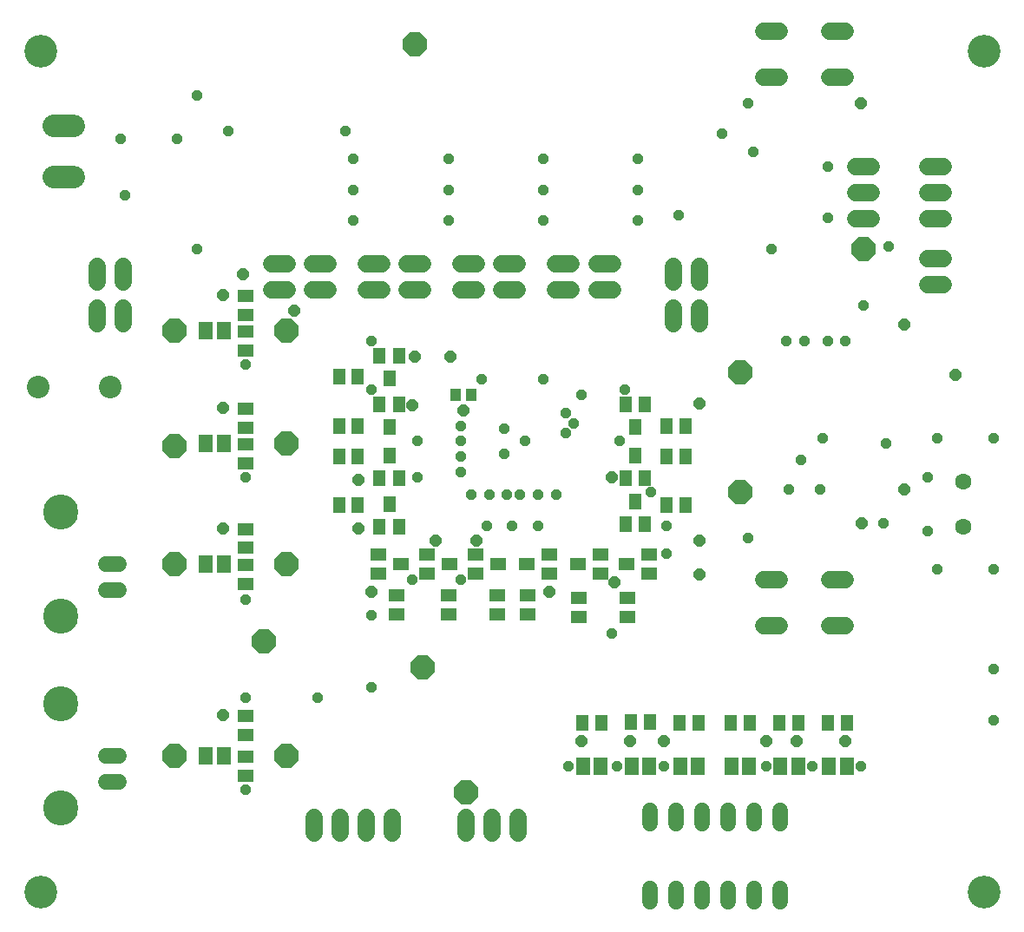
<source format=gbr>
G04 EAGLE Gerber RS-274X export*
G75*
%MOMM*%
%FSLAX34Y34*%
%LPD*%
%INSoldermask Bottom*%
%IPPOS*%
%AMOC8*
5,1,8,0,0,1.08239X$1,22.5*%
G01*
G04 Define Apertures*
%ADD10C,3.203200*%
%ADD11R,1.367800X1.668500*%
%ADD12R,1.124100X1.173400*%
%ADD13R,1.203200X1.603200*%
%ADD14R,1.603200X1.203200*%
%ADD15C,1.727200*%
%ADD16R,1.623400X1.234400*%
%ADD17R,1.234400X1.623400*%
%ADD18C,1.524000*%
%ADD19P,2.55682X8X22.5*%
%ADD20P,2.55682X8X292.5*%
%ADD21C,2.184400*%
%ADD22C,1.511200*%
%ADD23C,3.419200*%
%ADD24C,2.203200*%
%ADD25C,1.600200*%
%ADD26P,1.03866X8X22.5*%
%ADD27P,1.20102X8X22.5*%
D10*
X40000Y40000D03*
X40000Y860000D03*
X960000Y40000D03*
X960000Y860000D03*
D11*
X201246Y360000D03*
X218754Y360000D03*
X201246Y477500D03*
X218754Y477500D03*
X201246Y172500D03*
X218754Y172500D03*
X201246Y587500D03*
X218754Y587500D03*
X808746Y162500D03*
X826254Y162500D03*
X761246Y162500D03*
X778754Y162500D03*
X713746Y162500D03*
X731254Y162500D03*
X681254Y162500D03*
X663746Y162500D03*
X633754Y162500D03*
X616246Y162500D03*
X586254Y162500D03*
X568746Y162500D03*
D12*
X444754Y525000D03*
X460246Y525000D03*
D13*
X380000Y466000D03*
X370500Y444000D03*
X389500Y444000D03*
D14*
X564000Y360000D03*
X586000Y350500D03*
X586000Y369500D03*
D13*
X620000Y466000D03*
X610500Y444000D03*
X629500Y444000D03*
D14*
X514000Y360000D03*
X536000Y350500D03*
X536000Y369500D03*
X438500Y360000D03*
X416500Y369500D03*
X416500Y350500D03*
X486000Y360000D03*
X464000Y369500D03*
X464000Y350500D03*
D13*
X620000Y494000D03*
X629500Y516000D03*
X610500Y516000D03*
D14*
X391000Y360000D03*
X369000Y369500D03*
X369000Y350500D03*
D13*
X380000Y494000D03*
X389500Y516000D03*
X370500Y516000D03*
X380000Y418500D03*
X370500Y396500D03*
X389500Y396500D03*
X380000Y541500D03*
X389500Y563500D03*
X370500Y563500D03*
X620000Y421000D03*
X610500Y399000D03*
X629500Y399000D03*
D14*
X611500Y360000D03*
X633500Y350500D03*
X633500Y369500D03*
D15*
X320120Y652700D02*
X304880Y652700D01*
X304880Y627300D02*
X320120Y627300D01*
X657300Y634880D02*
X657300Y650120D01*
X682700Y650120D02*
X682700Y634880D01*
X120200Y610120D02*
X120200Y594880D01*
X94800Y594880D02*
X94800Y610120D01*
X682700Y610120D02*
X682700Y594880D01*
X657300Y594880D02*
X657300Y610120D01*
X904880Y657700D02*
X920120Y657700D01*
X920120Y632300D02*
X904880Y632300D01*
X850120Y697100D02*
X834880Y697100D01*
X834880Y722500D02*
X850120Y722500D01*
X850120Y747900D02*
X834880Y747900D01*
X412620Y652700D02*
X397380Y652700D01*
X397380Y627300D02*
X412620Y627300D01*
X489880Y652700D02*
X505120Y652700D01*
X505120Y627300D02*
X489880Y627300D01*
X582380Y652700D02*
X597620Y652700D01*
X597620Y627300D02*
X582380Y627300D01*
X280120Y627300D02*
X264880Y627300D01*
X264880Y652700D02*
X280120Y652700D01*
X357380Y627300D02*
X372620Y627300D01*
X372620Y652700D02*
X357380Y652700D01*
X449880Y627300D02*
X465120Y627300D01*
X465120Y652700D02*
X449880Y652700D01*
X542380Y627300D02*
X557620Y627300D01*
X557620Y652700D02*
X542380Y652700D01*
X94800Y650120D02*
X94800Y634880D01*
X120200Y634880D02*
X120200Y650120D01*
D16*
X240000Y171695D03*
X240000Y153305D03*
X240000Y621695D03*
X240000Y603305D03*
X240000Y586695D03*
X240000Y568305D03*
D17*
X349195Y417500D03*
X330805Y417500D03*
X349195Y542500D03*
X330805Y542500D03*
X650805Y417500D03*
X669195Y417500D03*
D16*
X612500Y326695D03*
X612500Y308305D03*
X565000Y326695D03*
X565000Y308305D03*
D17*
X650805Y465000D03*
X669195Y465000D03*
X808305Y205000D03*
X826695Y205000D03*
X760805Y205000D03*
X779195Y205000D03*
X713305Y205000D03*
X731695Y205000D03*
D16*
X515000Y329195D03*
X515000Y310805D03*
D17*
X681695Y205000D03*
X663305Y205000D03*
X634195Y205952D03*
X615805Y205952D03*
D16*
X437500Y329195D03*
X437500Y310805D03*
X240000Y394195D03*
X240000Y375805D03*
D17*
X586695Y205000D03*
X568305Y205000D03*
X650805Y495000D03*
X669195Y495000D03*
D16*
X485000Y329195D03*
X485000Y310805D03*
X387500Y329195D03*
X387500Y310805D03*
X240000Y359195D03*
X240000Y340805D03*
X240000Y511695D03*
X240000Y493305D03*
X240000Y476695D03*
X240000Y458305D03*
D17*
X349195Y465000D03*
X330805Y465000D03*
X349195Y495000D03*
X330805Y495000D03*
D16*
X240000Y211695D03*
X240000Y193305D03*
D15*
X809892Y834894D02*
X825132Y834894D01*
X825132Y880106D02*
X809892Y880106D01*
X760108Y834894D02*
X744868Y834894D01*
X744868Y880106D02*
X760108Y880106D01*
D18*
X634000Y43504D02*
X634000Y30296D01*
X659400Y30296D02*
X659400Y43504D01*
X761000Y106496D02*
X761000Y119704D01*
X735600Y119704D02*
X735600Y106496D01*
X684800Y43504D02*
X684800Y30296D01*
X710200Y30296D02*
X710200Y43504D01*
X761000Y43504D02*
X761000Y30296D01*
X735600Y30296D02*
X735600Y43504D01*
X710200Y106496D02*
X710200Y119704D01*
X684800Y119704D02*
X684800Y106496D01*
X659400Y106496D02*
X659400Y119704D01*
X634000Y119704D02*
X634000Y106496D01*
D15*
X744868Y345106D02*
X760108Y345106D01*
X760108Y299894D02*
X744868Y299894D01*
X809892Y345106D02*
X825132Y345106D01*
X825132Y299894D02*
X809892Y299894D01*
D19*
X405000Y867500D03*
X412550Y259100D03*
X257500Y285000D03*
D20*
X842500Y667500D03*
D19*
X722500Y547500D03*
X722500Y430000D03*
X455000Y137500D03*
X170000Y360000D03*
X170000Y475000D03*
X280000Y360000D03*
X280000Y477500D03*
X170000Y172500D03*
X170000Y587500D03*
X280000Y172500D03*
X280000Y587500D03*
D21*
X72406Y787646D02*
X52594Y787646D01*
X52594Y737354D02*
X72406Y737354D01*
D22*
X103460Y334600D02*
X116540Y334600D01*
X116540Y360000D02*
X103460Y360000D01*
D23*
X59200Y309200D03*
X59200Y410800D03*
D22*
X103460Y147100D02*
X116540Y147100D01*
X116540Y172500D02*
X103460Y172500D01*
D23*
X59200Y121700D03*
X59200Y223300D03*
D24*
X37500Y532450D03*
X107500Y532450D03*
D15*
X904880Y747900D02*
X920120Y747900D01*
X920120Y722500D02*
X904880Y722500D01*
X904880Y697100D02*
X920120Y697100D01*
X306900Y112620D02*
X306900Y97380D01*
X332300Y97380D02*
X332300Y112620D01*
X357700Y112620D02*
X357700Y97380D01*
X383100Y97380D02*
X383100Y112620D01*
D25*
X940308Y396102D03*
X940308Y440298D03*
D15*
X454600Y112620D02*
X454600Y97380D01*
X480000Y97380D02*
X480000Y112620D01*
X505400Y112620D02*
X505400Y97380D01*
D26*
X222500Y782500D03*
X117500Y775000D03*
X172500Y775000D03*
X192500Y817500D03*
X337500Y782500D03*
X345000Y755000D03*
X345000Y725000D03*
X345000Y695000D03*
X437500Y755000D03*
X437500Y725000D03*
X437500Y695000D03*
X530000Y755000D03*
X530000Y725000D03*
X530000Y695000D03*
X622500Y755000D03*
X622500Y725000D03*
X622500Y695000D03*
X730000Y810000D03*
X970000Y482500D03*
X970000Y355000D03*
X915000Y355000D03*
X730000Y385000D03*
X867500Y670000D03*
X555000Y162500D03*
X602500Y162500D03*
X647500Y162500D03*
X747500Y162500D03*
X792500Y162500D03*
X840000Y162500D03*
X362500Y310000D03*
X240000Y230000D03*
X240000Y140000D03*
X240000Y325000D03*
X240000Y445000D03*
X240000Y555000D03*
X362500Y577500D03*
X362500Y530000D03*
X402500Y345000D03*
X450000Y345000D03*
X635000Y430000D03*
X567500Y525000D03*
X610000Y530000D03*
X530000Y540000D03*
X470000Y540000D03*
X192500Y667500D03*
X122500Y720000D03*
X525000Y397500D03*
X915000Y482500D03*
X662500Y700000D03*
X500000Y397500D03*
X475000Y397500D03*
X407500Y445000D03*
X407500Y480000D03*
X752500Y667500D03*
X705000Y780000D03*
X735000Y762500D03*
X905000Y445000D03*
X865000Y477500D03*
X905000Y392500D03*
X800000Y432500D03*
X770000Y432500D03*
X802500Y482500D03*
X781250Y461250D03*
X605000Y480000D03*
X970000Y207500D03*
X970000Y257500D03*
X650000Y397500D03*
X650000Y370000D03*
X842500Y612500D03*
X492500Y492500D03*
X492500Y467500D03*
X512500Y480000D03*
X767500Y577500D03*
X825000Y577500D03*
X862500Y400000D03*
X310000Y230000D03*
X597500Y292500D03*
D27*
X237500Y642500D03*
X287500Y607500D03*
X452500Y510000D03*
X217500Y622500D03*
X217500Y212500D03*
X217500Y395000D03*
X217500Y512500D03*
X567500Y187500D03*
X825000Y187500D03*
X777500Y187500D03*
X747500Y187500D03*
X647500Y187500D03*
X615000Y187500D03*
X536250Y332500D03*
X425000Y382500D03*
X405000Y562500D03*
X402500Y515000D03*
X350000Y442500D03*
X350000Y395000D03*
X465000Y382500D03*
X597500Y445000D03*
X362500Y332500D03*
X682700Y516250D03*
X882500Y432500D03*
X932500Y545000D03*
X682500Y382500D03*
X440000Y562500D03*
X600000Y342500D03*
X682500Y350000D03*
X882500Y593750D03*
X840000Y810000D03*
X841250Y400000D03*
D26*
X450000Y465000D03*
X450000Y495000D03*
X450000Y450000D03*
X807500Y577500D03*
X807500Y697500D03*
X807500Y747500D03*
X362500Y240000D03*
X552500Y507500D03*
X560000Y497500D03*
X785000Y577500D03*
X552500Y487500D03*
X542500Y427500D03*
X525000Y427500D03*
X477500Y427500D03*
X507500Y427500D03*
X495000Y427500D03*
X460000Y427500D03*
X450000Y480000D03*
M02*

</source>
